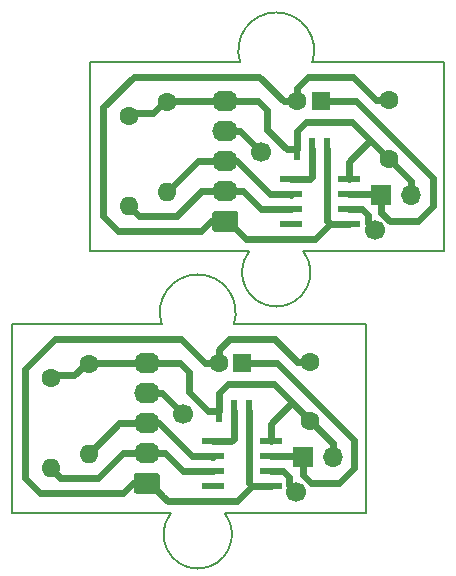
<source format=gbr>
%MOIN*%
%OFA0B0*%
%FSLAX46Y46*%
%IPPOS*%
%LPD*%
%ADD10C,0.0039370078740157488*%
%ADD11C,0.068503937007874022*%
%ADD12O,0.086614173228346469X0.068503937007874022*%
%ADD13C,0.062992125984251982*%
%ADD14O,0.062992125984251982X0.062992125984251982*%
%ADD15R,0.023622047244094488X0.074803149606299218*%
%ADD16R,0.062992125984251982X0.062992125984251982*%
%ADD17R,0.074803149606299218X0.023622047244094488*%
%ADD18O,0.066929133858267723X0.066929133858267723*%
%ADD19R,0.066929133858267723X0.066929133858267723*%
%ADD20C,0.066929133858267723*%
%ADD21C,0.023622047244094488*%
%ADD32C,0.005905511811023622*%
%ADD33C,0.0039370078740157488*%
%ADD34C,0.068503937007874022*%
%ADD35O,0.086614173228346469X0.068503937007874022*%
%ADD36C,0.062992125984251982*%
%ADD37O,0.062992125984251982X0.062992125984251982*%
%ADD38R,0.023622047244094488X0.074803149606299218*%
%ADD39R,0.062992125984251982X0.062992125984251982*%
%ADD40R,0.074803149606299218X0.023622047244094488*%
%ADD41O,0.066929133858267723X0.066929133858267723*%
%ADD42R,0.066929133858267723X0.066929133858267723*%
%ADD43C,0.066929133858267723*%
%ADD44C,0.023622047244094488*%
%ADD45C,0.005905511811023622*%
D10*
G36*
X0000484409Y0000318221D02*
G01*
X0000485366Y0000318079D01*
X0000486305Y0000317844D01*
X0000487217Y0000317518D01*
X0000488092Y0000317104D01*
X0000488922Y0000316606D01*
X0000489700Y0000316030D01*
X0000490417Y0000315380D01*
X0000491067Y0000314662D01*
X0000491644Y0000313885D01*
X0000492142Y0000313054D01*
X0000492556Y0000312179D01*
X0000492882Y0000311268D01*
X0000493117Y0000310329D01*
X0000493259Y0000309371D01*
X0000493306Y0000308404D01*
X0000493306Y0000259629D01*
X0000493259Y0000258663D01*
X0000493117Y0000257705D01*
X0000492882Y0000256766D01*
X0000492556Y0000255854D01*
X0000492142Y0000254979D01*
X0000491644Y0000254149D01*
X0000491067Y0000253371D01*
X0000490417Y0000252654D01*
X0000489700Y0000252004D01*
X0000488922Y0000251427D01*
X0000488092Y0000250930D01*
X0000487217Y0000250516D01*
X0000486305Y0000250190D01*
X0000485366Y0000249954D01*
X0000484409Y0000249812D01*
X0000483442Y0000249765D01*
X0000416557Y0000249765D01*
X0000415590Y0000249812D01*
X0000414632Y0000249954D01*
X0000413693Y0000250190D01*
X0000412782Y0000250516D01*
X0000411907Y0000250930D01*
X0000411076Y0000251427D01*
X0000410299Y0000252004D01*
X0000409582Y0000252654D01*
X0000408931Y0000253371D01*
X0000408355Y0000254149D01*
X0000407857Y0000254979D01*
X0000407443Y0000255854D01*
X0000407117Y0000256766D01*
X0000406882Y0000257705D01*
X0000406740Y0000258663D01*
X0000406692Y0000259629D01*
X0000406692Y0000308404D01*
X0000406740Y0000309371D01*
X0000406882Y0000310329D01*
X0000407117Y0000311268D01*
X0000407443Y0000312179D01*
X0000407857Y0000313054D01*
X0000408355Y0000313885D01*
X0000408931Y0000314662D01*
X0000409582Y0000315380D01*
X0000410299Y0000316030D01*
X0000411076Y0000316606D01*
X0000411907Y0000317104D01*
X0000412782Y0000317518D01*
X0000413693Y0000317844D01*
X0000414632Y0000318079D01*
X0000415590Y0000318221D01*
X0000416557Y0000318269D01*
X0000483442Y0000318269D01*
X0000484409Y0000318221D01*
X0000484409Y0000318221D01*
G37*
D11*
X0000449999Y0000284017D03*
D12*
X0000449999Y0000384017D03*
X0000449999Y0000484017D03*
X0000449999Y0000584017D03*
X0000449999Y0000684017D03*
D13*
X0000130236Y0000634174D03*
D14*
X0000130236Y0000334174D03*
D15*
X0000689999Y0000524017D03*
X0000739999Y0000524017D03*
X0000789999Y0000524017D03*
D13*
X0000689999Y0000684017D03*
D16*
X0000768740Y0000684017D03*
D13*
X0000995590Y0000689450D03*
X0000995590Y0000492600D03*
D17*
X0000669999Y0000424017D03*
X0000669999Y0000374017D03*
X0000669999Y0000324017D03*
X0000669999Y0000274017D03*
X0000863306Y0000274017D03*
X0000863306Y0000324017D03*
X0000863306Y0000374017D03*
X0000863306Y0000424017D03*
D18*
X0001069999Y0000370552D03*
D19*
X0000969999Y0000370552D03*
D14*
X0000256220Y0000382600D03*
D13*
X0000256220Y0000682600D03*
D20*
X0000948019Y0000254714D03*
X0000569999Y0000514017D03*
D21*
X0001069999Y0000418190D02*
X0000995590Y0000492600D01*
X0001069999Y0000370552D02*
X0001069999Y0000418190D01*
X0000689999Y0000585040D02*
X0000719684Y0000614726D01*
X0000689999Y0000524017D02*
X0000689999Y0000585040D01*
X0000719684Y0000614726D02*
X0000873464Y0000614726D01*
X0000863306Y0000483387D02*
X0000934054Y0000554135D01*
X0000863306Y0000424017D02*
X0000863306Y0000483387D01*
X0000873464Y0000614726D02*
X0000934054Y0000554135D01*
X0000934054Y0000554135D02*
X0000995590Y0000492600D01*
X0000207795Y0000644174D02*
X0000256220Y0000692600D01*
X0000130236Y0000644174D02*
X0000207795Y0000644174D01*
X0000654566Y0000524017D02*
X0000589999Y0000588584D01*
X0000689999Y0000524017D02*
X0000654566Y0000524017D01*
X0000589999Y0000588584D02*
X0000589999Y0000654017D01*
X0000559999Y0000684017D02*
X0000449999Y0000684017D01*
X0000589999Y0000654017D02*
X0000559999Y0000684017D01*
X0000257637Y0000684017D02*
X0000256220Y0000682600D01*
X0000449999Y0000684017D02*
X0000257637Y0000684017D01*
X0000802283Y0000274017D02*
X0000789999Y0000286300D01*
X0000863306Y0000274017D02*
X0000802283Y0000274017D01*
X0000789999Y0000464017D02*
X0000789999Y0000524017D01*
X0000789999Y0000286300D02*
X0000789999Y0000464017D01*
X0000951048Y0000689450D02*
X0000876481Y0000764017D01*
X0000995590Y0000689450D02*
X0000951048Y0000689450D01*
X0000689999Y0000728559D02*
X0000689999Y0000684017D01*
X0000725457Y0000764017D02*
X0000689999Y0000728559D01*
X0000876481Y0000764017D02*
X0000725457Y0000764017D01*
X0000505432Y0000238584D02*
X0000459999Y0000284017D01*
X0000519999Y0000224017D02*
X0000505432Y0000238584D01*
X0000749999Y0000224017D02*
X0000519999Y0000224017D01*
X0000802283Y0000274017D02*
X0000799999Y0000274017D01*
X0000799999Y0000274017D02*
X0000749999Y0000224017D01*
X0000645457Y0000684017D02*
X0000562857Y0000766617D01*
X0000689999Y0000684017D02*
X0000645457Y0000684017D01*
X0000562857Y0000766617D02*
X0000144799Y0000766617D01*
X0000144799Y0000766617D02*
X0000042799Y0000664617D01*
X0000042799Y0000664617D02*
X0000042799Y0000303017D01*
X0000042799Y0000303017D02*
X0000093799Y0000252017D01*
X0000402755Y0000284017D02*
X0000449999Y0000284017D01*
X0000370755Y0000252017D02*
X0000402755Y0000284017D01*
X0000093799Y0000252017D02*
X0000370755Y0000252017D01*
X0000966535Y0000374017D02*
X0000969999Y0000370552D01*
X0000863306Y0000374017D02*
X0000966535Y0000374017D01*
X0000969999Y0000313466D02*
X0000969999Y0000370552D01*
X0000997873Y0000285592D02*
X0000969999Y0000313466D01*
X0000823858Y0000684017D02*
X0000768740Y0000684017D01*
X0000885747Y0000684017D02*
X0000823858Y0000684017D01*
X0001051574Y0000285592D02*
X0000997873Y0000285592D01*
X0001051574Y0000285592D02*
X0001091574Y0000285592D01*
X0001091574Y0000285592D02*
X0001141102Y0000335119D01*
X0001141102Y0000428663D02*
X0000997677Y0000572088D01*
X0001141102Y0000335119D02*
X0001141102Y0000428663D01*
X0000997677Y0000572088D02*
X0000885747Y0000684017D01*
X0000509999Y0000384017D02*
X0000459999Y0000384017D01*
X0000669999Y0000324017D02*
X0000569999Y0000324017D01*
X0000569999Y0000324017D02*
X0000509999Y0000384017D01*
X0000161732Y0000302678D02*
X0000288661Y0000302678D01*
X0000130236Y0000334174D02*
X0000161732Y0000302678D01*
X0000369999Y0000384017D02*
X0000449999Y0000384017D01*
X0000288661Y0000302678D02*
X0000369999Y0000384017D01*
X0000669606Y0000373623D02*
X0000669999Y0000374017D01*
X0000668582Y0000372600D02*
X0000669999Y0000374017D01*
X0000459999Y0000484017D02*
X0000489999Y0000484017D01*
X0000599999Y0000374017D02*
X0000669999Y0000374017D01*
X0000489999Y0000484017D02*
X0000599999Y0000374017D01*
X0000256220Y0000382600D02*
X0000357637Y0000484017D01*
X0000357637Y0000484017D02*
X0000449999Y0000484017D01*
X0000863306Y0000324017D02*
X0000905039Y0000324017D01*
X0000905039Y0000324017D02*
X0000924330Y0000304726D01*
X0000924330Y0000304726D02*
X0000924330Y0000278402D01*
X0000924330Y0000278402D02*
X0000948019Y0000254714D01*
X0000536535Y0000547481D02*
X0000569999Y0000514017D01*
X0000499999Y0000584017D02*
X0000569999Y0000514017D01*
X0000449999Y0000584017D02*
X0000499999Y0000584017D01*
X0000731023Y0000424017D02*
X0000669999Y0000424017D01*
X0000739999Y0000432993D02*
X0000731023Y0000424017D01*
X0000739999Y0000524017D02*
X0000739999Y0000432993D01*
G04 next file*
G04 #@! TF.GenerationSoftware,KiCad,Pcbnew,(5.1.2)-2*
G04 #@! TF.CreationDate,2019-06-16T00:53:31+01:00*
G04 #@! TF.ProjectId,AS5600-breakout,41533536-3030-42d6-9272-65616b6f7574,rev?*
G04 #@! TF.SameCoordinates,Original*
G04 #@! TF.FileFunction,Profile,NP*
G04 Gerber Fmt 4.6, Leading zero omitted, Abs format (unit mm)*
G04 Created by KiCad (PCBNEW (5.1.2)-2) date 2019-06-16 00:53:31*
G04 APERTURE LIST*
G04 APERTURE END LIST*
D32*
X0000739999Y0000814017D02*
X0001179999Y0000814017D01*
X0000499891Y0000814343D02*
X0000000000Y0000814017D01*
X0000499891Y0000814343D02*
G75*
G02X0000739999Y0000814017I0000120108J0000039674D01*
G01*
X0000709999Y0000184017D02*
G75*
G02X0000529999Y0000184017I-0000089999J-0000069999D01*
G01*
X0000509999Y0000184017D02*
X0000499999Y0000184017D01*
X0000509999Y0000184017D02*
X0000529999Y0000184017D01*
X0000000000Y0000184017D02*
X0000000000Y0000814017D01*
X0000499999Y0000184017D02*
X0000000000Y0000184017D01*
X0001179999Y0000184017D02*
X0000709999Y0000184017D01*
X0001179999Y0000814017D02*
X0001179999Y0000184017D01*
G04 next file*
G04 #@! TF.GenerationSoftware,KiCad,Pcbnew,(5.1.2)-2*
G04 #@! TF.CreationDate,2019-06-16T00:53:24+01:00*
G04 #@! TF.ProjectId,AS5600-breakout,41533536-3030-42d6-9272-65616b6f7574,rev?*
G04 #@! TF.SameCoordinates,Original*
G04 #@! TF.FileFunction,Copper,L2,Bot*
G04 #@! TF.FilePolarity,Positive*
G04 Gerber Fmt 4.6, Leading zero omitted, Abs format (unit mm)*
G04 Created by KiCad (PCBNEW (5.1.2)-2) date 2019-06-16 00:53:24*
G04 APERTURE LIST*
G04 APERTURE END LIST*
D33*
G36*
X0000746062Y0001191684D02*
G01*
X0000747020Y0001191542D01*
X0000747959Y0001191307D01*
X0000748871Y0001190981D01*
X0000749746Y0001190567D01*
X0000750576Y0001190069D01*
X0000751354Y0001189493D01*
X0000752071Y0001188843D01*
X0000752721Y0001188125D01*
X0000753298Y0001187348D01*
X0000753795Y0001186517D01*
X0000754209Y0001185642D01*
X0000754535Y0001184731D01*
X0000754771Y0001183792D01*
X0000754913Y0001182834D01*
X0000754960Y0001181867D01*
X0000754960Y0001133092D01*
X0000754913Y0001132125D01*
X0000754771Y0001131168D01*
X0000754535Y0001130229D01*
X0000754209Y0001129317D01*
X0000753795Y0001128442D01*
X0000753298Y0001127612D01*
X0000752721Y0001126834D01*
X0000752071Y0001126117D01*
X0000751354Y0001125467D01*
X0000750576Y0001124890D01*
X0000749746Y0001124393D01*
X0000748871Y0001123979D01*
X0000747959Y0001123653D01*
X0000747020Y0001123417D01*
X0000746062Y0001123275D01*
X0000745096Y0001123228D01*
X0000678211Y0001123228D01*
X0000677244Y0001123275D01*
X0000676286Y0001123417D01*
X0000675347Y0001123653D01*
X0000674435Y0001123979D01*
X0000673560Y0001124393D01*
X0000672730Y0001124890D01*
X0000671952Y0001125467D01*
X0000671235Y0001126117D01*
X0000670585Y0001126834D01*
X0000670008Y0001127612D01*
X0000669511Y0001128442D01*
X0000669097Y0001129317D01*
X0000668771Y0001130229D01*
X0000668535Y0001131168D01*
X0000668393Y0001132125D01*
X0000668346Y0001133092D01*
X0000668346Y0001181867D01*
X0000668393Y0001182834D01*
X0000668535Y0001183792D01*
X0000668771Y0001184731D01*
X0000669097Y0001185642D01*
X0000669511Y0001186517D01*
X0000670008Y0001187348D01*
X0000670585Y0001188125D01*
X0000671235Y0001188843D01*
X0000671952Y0001189493D01*
X0000672730Y0001190069D01*
X0000673560Y0001190567D01*
X0000674435Y0001190981D01*
X0000675347Y0001191307D01*
X0000676286Y0001191542D01*
X0000677244Y0001191684D01*
X0000678211Y0001191732D01*
X0000745096Y0001191732D01*
X0000746062Y0001191684D01*
X0000746062Y0001191684D01*
G37*
D34*
X0000711653Y0001157480D03*
D35*
X0000711653Y0001257480D03*
X0000711653Y0001357480D03*
X0000711653Y0001457480D03*
X0000711653Y0001557480D03*
D36*
X0000391889Y0001507637D03*
D37*
X0000391889Y0001207637D03*
D38*
X0000951653Y0001397480D03*
X0001001653Y0001397480D03*
X0001051653Y0001397480D03*
D36*
X0000951653Y0001557480D03*
D39*
X0001030393Y0001557480D03*
D36*
X0001257244Y0001562913D03*
X0001257244Y0001366062D03*
D40*
X0000931653Y0001297480D03*
X0000931653Y0001247480D03*
X0000931653Y0001197480D03*
X0000931653Y0001147480D03*
X0001124960Y0001147480D03*
X0001124960Y0001197480D03*
X0001124960Y0001247480D03*
X0001124960Y0001297480D03*
D41*
X0001331653Y0001244015D03*
D42*
X0001231653Y0001244015D03*
D37*
X0000517873Y0001256062D03*
D36*
X0000517873Y0001556062D03*
D43*
X0001209673Y0001128176D03*
X0000831653Y0001387480D03*
D44*
X0001331653Y0001291653D02*
X0001257244Y0001366062D01*
X0001331653Y0001244015D02*
X0001331653Y0001291653D01*
X0000951653Y0001458503D02*
X0000981338Y0001488188D01*
X0000951653Y0001397480D02*
X0000951653Y0001458503D01*
X0000981338Y0001488188D02*
X0001135118Y0001488188D01*
X0001124960Y0001356850D02*
X0001195708Y0001427598D01*
X0001124960Y0001297480D02*
X0001124960Y0001356850D01*
X0001135118Y0001488188D02*
X0001195708Y0001427598D01*
X0001195708Y0001427598D02*
X0001257244Y0001366062D01*
X0000469448Y0001517637D02*
X0000517873Y0001566062D01*
X0000391889Y0001517637D02*
X0000469448Y0001517637D01*
X0000916220Y0001397480D02*
X0000851653Y0001462047D01*
X0000951653Y0001397480D02*
X0000916220Y0001397480D01*
X0000851653Y0001462047D02*
X0000851653Y0001527480D01*
X0000821653Y0001557480D02*
X0000711653Y0001557480D01*
X0000851653Y0001527480D02*
X0000821653Y0001557480D01*
X0000519291Y0001557480D02*
X0000517873Y0001556062D01*
X0000711653Y0001557480D02*
X0000519291Y0001557480D01*
X0001063937Y0001147480D02*
X0001051653Y0001159763D01*
X0001124960Y0001147480D02*
X0001063937Y0001147480D01*
X0001051653Y0001337480D02*
X0001051653Y0001397480D01*
X0001051653Y0001159763D02*
X0001051653Y0001337480D01*
X0001212701Y0001562913D02*
X0001138135Y0001637480D01*
X0001257244Y0001562913D02*
X0001212701Y0001562913D01*
X0000951653Y0001602022D02*
X0000951653Y0001557480D01*
X0000987111Y0001637480D02*
X0000951653Y0001602022D01*
X0001138135Y0001637480D02*
X0000987111Y0001637480D01*
X0000767086Y0001112047D02*
X0000721653Y0001157480D01*
X0000781653Y0001097480D02*
X0000767086Y0001112047D01*
X0001011653Y0001097480D02*
X0000781653Y0001097480D01*
X0001063937Y0001147480D02*
X0001061653Y0001147480D01*
X0001061653Y0001147480D02*
X0001011653Y0001097480D01*
X0000907111Y0001557480D02*
X0000824511Y0001640080D01*
X0000951653Y0001557480D02*
X0000907111Y0001557480D01*
X0000824511Y0001640080D02*
X0000406453Y0001640080D01*
X0000406453Y0001640080D02*
X0000304453Y0001538080D01*
X0000304453Y0001538080D02*
X0000304453Y0001176480D01*
X0000304453Y0001176480D02*
X0000355453Y0001125480D01*
X0000664409Y0001157480D02*
X0000711653Y0001157480D01*
X0000632409Y0001125480D02*
X0000664409Y0001157480D01*
X0000355453Y0001125480D02*
X0000632409Y0001125480D01*
X0001228188Y0001247480D02*
X0001231653Y0001244015D01*
X0001124960Y0001247480D02*
X0001228188Y0001247480D01*
X0001231653Y0001186929D02*
X0001231653Y0001244015D01*
X0001259527Y0001159055D02*
X0001231653Y0001186929D01*
X0001085511Y0001557480D02*
X0001030393Y0001557480D01*
X0001147401Y0001557480D02*
X0001085511Y0001557480D01*
X0001313228Y0001159055D02*
X0001259527Y0001159055D01*
X0001313228Y0001159055D02*
X0001353228Y0001159055D01*
X0001353228Y0001159055D02*
X0001402755Y0001208582D01*
X0001402755Y0001302126D02*
X0001259330Y0001445551D01*
X0001402755Y0001208582D02*
X0001402755Y0001302126D01*
X0001259330Y0001445551D02*
X0001147401Y0001557480D01*
X0000771653Y0001257480D02*
X0000721653Y0001257480D01*
X0000931653Y0001197480D02*
X0000831653Y0001197480D01*
X0000831653Y0001197480D02*
X0000771653Y0001257480D01*
X0000423385Y0001176141D02*
X0000550315Y0001176141D01*
X0000391889Y0001207637D02*
X0000423385Y0001176141D01*
X0000631653Y0001257480D02*
X0000711653Y0001257480D01*
X0000550315Y0001176141D02*
X0000631653Y0001257480D01*
X0000931259Y0001247086D02*
X0000931653Y0001247480D01*
X0000930236Y0001246062D02*
X0000931653Y0001247480D01*
X0000721653Y0001357480D02*
X0000751653Y0001357480D01*
X0000861653Y0001247480D02*
X0000931653Y0001247480D01*
X0000751653Y0001357480D02*
X0000861653Y0001247480D01*
X0000517873Y0001256062D02*
X0000619291Y0001357480D01*
X0000619291Y0001357480D02*
X0000711653Y0001357480D01*
X0001124960Y0001197480D02*
X0001166692Y0001197480D01*
X0001166692Y0001197480D02*
X0001185984Y0001178189D01*
X0001185984Y0001178189D02*
X0001185984Y0001151865D01*
X0001185984Y0001151865D02*
X0001209673Y0001128176D01*
X0000798189Y0001420944D02*
X0000831653Y0001387480D01*
X0000761653Y0001457480D02*
X0000831653Y0001387480D01*
X0000711653Y0001457480D02*
X0000761653Y0001457480D01*
X0000992677Y0001297480D02*
X0000931653Y0001297480D01*
X0001001653Y0001306456D02*
X0000992677Y0001297480D01*
X0001001653Y0001397480D02*
X0001001653Y0001306456D01*
G04 next file*
G04 #@! TF.GenerationSoftware,KiCad,Pcbnew,(5.1.2)-2*
G04 #@! TF.CreationDate,2019-06-16T00:53:31+01:00*
G04 #@! TF.ProjectId,AS5600-breakout,41533536-3030-42d6-9272-65616b6f7574,rev?*
G04 #@! TF.SameCoordinates,Original*
G04 #@! TF.FileFunction,Profile,NP*
G04 Gerber Fmt 4.6, Leading zero omitted, Abs format (unit mm)*
G04 Created by KiCad (PCBNEW (5.1.2)-2) date 2019-06-16 00:53:31*
G04 APERTURE LIST*
G04 APERTURE END LIST*
D45*
X0001001653Y0001687480D02*
X0001441653Y0001687480D01*
X0000761545Y0001687806D02*
X0000261653Y0001687480D01*
X0000761545Y0001687806D02*
G75*
G02X0001001653Y0001687480I0000120108J0000039674D01*
G01*
X0000971653Y0001057480D02*
G75*
G02X0000791653Y0001057480I-0000089999J-0000069999D01*
G01*
X0000771653Y0001057480D02*
X0000761653Y0001057480D01*
X0000771653Y0001057480D02*
X0000791653Y0001057480D01*
X0000261653Y0001057480D02*
X0000261653Y0001687480D01*
X0000761653Y0001057480D02*
X0000261653Y0001057480D01*
X0001441653Y0001057480D02*
X0000971653Y0001057480D01*
X0001441653Y0001687480D02*
X0001441653Y0001057480D01*
M02*
</source>
